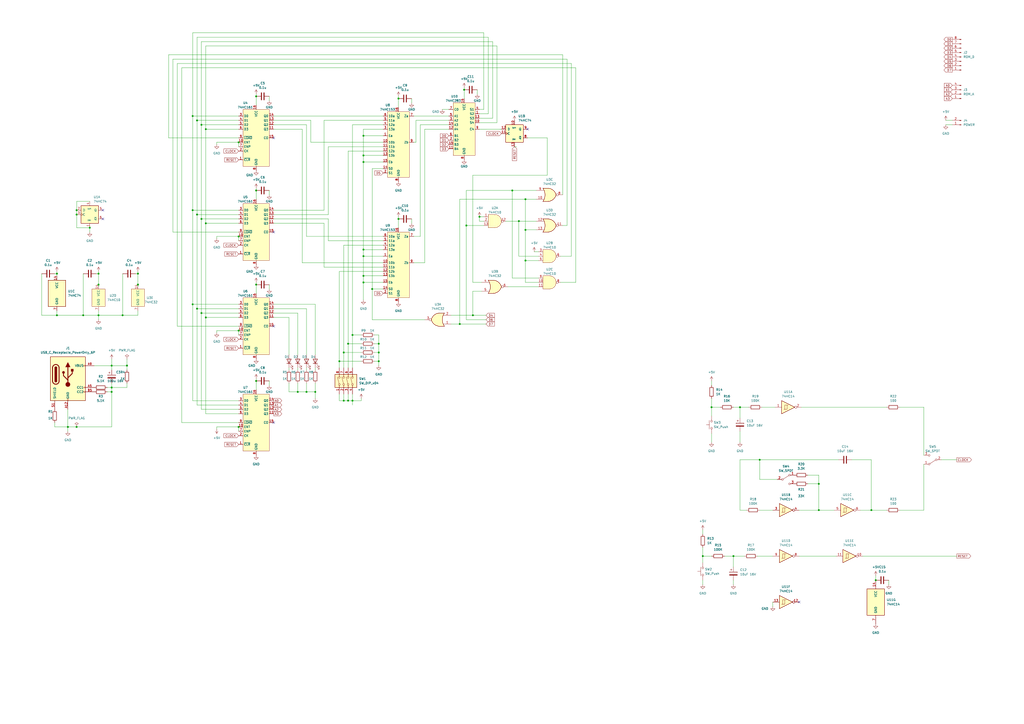
<source format=kicad_sch>
(kicad_sch (version 20230121) (generator eeschema)
  (paper "A2")
  (junction (at 111.76 67.31))
  (junction (at 219.71 199.39))
  (junction (at 138.43 137.16))
  (junction (at 119.38 74.93))
  (junction (at 116.84 181.61))
  (junction (at 266.7 187.96))
  (junction (at 210.82 148.59))
  (junction (at 201.93 199.39))
  (junction (at 148.59 220.98))
  (junction (at 114.3 179.07))
  (junction (at 196.85 209.55))
  (junction (at 172.72 227.33))
  (junction (at 210.82 144.78))
  (junction (at 33.02 158.75))
  (junction (at 210.82 78.74))
  (junction (at 304.8 115.57))
  (junction (at 138.43 82.55))
  (junction (at 39.37 247.65))
  (junction (at 204.47 194.31))
  (junction (at 138.43 191.77))
  (junction (at 71.12 182.88))
  (junction (at 210.82 163.83))
  (junction (at 33.02 182.88))
  (junction (at 80.01 165.1))
  (junction (at 44.45 124.46))
  (junction (at 119.38 184.15))
  (junction (at 148.59 165.1))
  (junction (at 52.07 132.08))
  (junction (at 231.14 127))
  (junction (at 215.9 167.64))
  (junction (at 210.82 160.02))
  (junction (at 210.82 93.98))
  (junction (at 44.45 247.65))
  (junction (at 204.47 232.41))
  (junction (at 429.26 236.22))
  (junction (at 210.82 90.17))
  (junction (at 304.8 151.13))
  (junction (at 57.15 182.88))
  (junction (at 64.77 212.09))
  (junction (at 116.84 72.39))
  (junction (at 114.3 69.85))
  (junction (at 73.66 212.09))
  (junction (at 182.88 227.33))
  (junction (at 278.13 125.73))
  (junction (at 474.98 280.67))
  (junction (at 57.15 158.75))
  (junction (at 114.3 124.46))
  (junction (at 300.99 128.27))
  (junction (at 119.38 129.54))
  (junction (at 199.39 232.41))
  (junction (at 148.59 110.49))
  (junction (at 44.45 121.92))
  (junction (at 474.98 295.91))
  (junction (at 199.39 204.47))
  (junction (at 440.69 266.7))
  (junction (at 64.77 224.79))
  (junction (at 304.8 133.35))
  (junction (at 219.71 204.47))
  (junction (at 111.76 121.92))
  (junction (at 111.76 176.53))
  (junction (at 116.84 127))
  (junction (at 219.71 209.55))
  (junction (at 48.26 182.88))
  (junction (at 148.59 55.88))
  (junction (at 407.67 322.58))
  (junction (at 269.24 52.07))
  (junction (at 508 336.55))
  (junction (at 270.51 130.81))
  (junction (at 177.8 227.33))
  (junction (at 274.32 182.88))
  (junction (at 231.14 57.15))
  (junction (at 57.15 165.1))
  (junction (at 505.46 295.91))
  (junction (at 138.43 247.65))
  (junction (at 201.93 232.41))
  (junction (at 80.01 158.75))
  (junction (at 412.75 236.22))
  (junction (at 297.18 110.49))
  (junction (at 425.45 322.58))
  (junction (at 64.77 227.33))
  (no_connect (at 158.75 80.01))
  (no_connect (at 59.69 121.92))
  (no_connect (at 306.07 74.93))
  (no_connect (at 463.55 349.25))
  (no_connect (at 158.75 189.23))
  (no_connect (at 158.75 134.62))
  (no_connect (at 59.69 127))
  (no_connect (at 158.75 245.11))
  (wire (pts (xy 33.02 180.34) (xy 33.02 182.88)))
  (wire (pts (xy 119.38 184.15) (xy 138.43 184.15)))
  (wire (pts (xy 172.72 222.25) (xy 172.72 227.33)))
  (wire (pts (xy 148.59 165.1) (xy 148.59 170.18)))
  (wire (pts (xy 156.21 110.49) (xy 156.21 113.03)))
  (wire (pts (xy 102.87 36.83) (xy 102.87 189.23)))
  (wire (pts (xy 210.82 90.17) (xy 222.25 90.17)))
  (wire (pts (xy 463.55 322.58) (xy 485.14 322.58)))
  (wire (pts (xy 407.67 339.09) (xy 407.67 336.55)))
  (wire (pts (xy 269.24 50.8) (xy 269.24 52.07)))
  (wire (pts (xy 285.75 24.13) (xy 285.75 68.58)))
  (wire (pts (xy 114.3 234.95) (xy 138.43 234.95)))
  (wire (pts (xy 266.7 115.57) (xy 266.7 187.96)))
  (wire (pts (xy 548.64 69.85) (xy 552.45 69.85)))
  (wire (pts (xy 177.8 179.07) (xy 158.75 179.07)))
  (wire (pts (xy 199.39 204.47) (xy 209.55 204.47)))
  (wire (pts (xy 111.76 67.31) (xy 138.43 67.31)))
  (wire (pts (xy 279.4 168.91) (xy 274.32 168.91)))
  (wire (pts (xy 412.75 251.46) (xy 412.75 256.54)))
  (wire (pts (xy 304.8 151.13) (xy 304.8 163.83)))
  (wire (pts (xy 167.64 214.63) (xy 167.64 213.36)))
  (wire (pts (xy 31.75 247.65) (xy 31.75 245.11)))
  (wire (pts (xy 158.75 121.92) (xy 187.96 121.92)))
  (wire (pts (xy 177.8 137.16) (xy 222.25 137.16)))
  (wire (pts (xy 508 334.01) (xy 508 336.55)))
  (wire (pts (xy 44.45 116.84) (xy 44.45 121.92)))
  (wire (pts (xy 158.75 74.93) (xy 175.26 74.93)))
  (wire (pts (xy 182.88 227.33) (xy 182.88 231.14)))
  (wire (pts (xy 222.25 93.98) (xy 210.82 93.98)))
  (wire (pts (xy 148.59 219.71) (xy 148.59 220.98)))
  (wire (pts (xy 78.74 158.75) (xy 80.01 158.75)))
  (wire (pts (xy 111.76 67.31) (xy 111.76 121.92)))
  (wire (pts (xy 260.35 67.31) (xy 240.03 67.31)))
  (wire (pts (xy 515.62 339.09) (xy 515.62 336.55)))
  (wire (pts (xy 468.63 280.67) (xy 474.98 280.67)))
  (wire (pts (xy 204.47 232.41) (xy 204.47 234.95)))
  (wire (pts (xy 138.43 191.77) (xy 138.43 194.31)))
  (wire (pts (xy 33.02 158.75) (xy 33.02 160.02)))
  (wire (pts (xy 222.25 154.94) (xy 187.96 154.94)))
  (wire (pts (xy 439.42 322.58) (xy 448.31 322.58)))
  (wire (pts (xy 39.37 250.19) (xy 39.37 247.65)))
  (wire (pts (xy 293.37 128.27) (xy 300.99 128.27)))
  (wire (pts (xy 231.14 57.15) (xy 231.14 62.23)))
  (wire (pts (xy 158.75 72.39) (xy 177.8 72.39)))
  (wire (pts (xy 407.67 322.58) (xy 412.75 322.58)))
  (wire (pts (xy 468.63 275.59) (xy 474.98 275.59)))
  (wire (pts (xy 111.76 19.05) (xy 111.76 67.31)))
  (wire (pts (xy 278.13 66.04) (xy 283.21 66.04)))
  (wire (pts (xy 114.3 179.07) (xy 114.3 234.95)))
  (wire (pts (xy 464.82 236.22) (xy 514.35 236.22)))
  (wire (pts (xy 440.69 278.13) (xy 450.85 278.13)))
  (wire (pts (xy 209.55 231.14) (xy 209.55 232.41)))
  (wire (pts (xy 148.59 109.22) (xy 148.59 110.49)))
  (wire (pts (xy 182.88 176.53) (xy 182.88 205.74)))
  (wire (pts (xy 116.84 72.39) (xy 116.84 127)))
  (wire (pts (xy 474.98 280.67) (xy 474.98 295.91)))
  (wire (pts (xy 199.39 142.24) (xy 222.25 142.24)))
  (wire (pts (xy 102.87 189.23) (xy 138.43 189.23)))
  (wire (pts (xy 116.84 72.39) (xy 138.43 72.39)))
  (wire (pts (xy 64.77 227.33) (xy 64.77 224.79)))
  (wire (pts (xy 182.88 214.63) (xy 182.88 213.36)))
  (wire (pts (xy 219.71 199.39) (xy 219.71 204.47)))
  (wire (pts (xy 175.26 74.93) (xy 175.26 152.4)))
  (wire (pts (xy 217.17 194.31) (xy 219.71 194.31)))
  (wire (pts (xy 210.82 148.59) (xy 210.82 144.78)))
  (wire (pts (xy 187.96 154.94) (xy 187.96 129.54)))
  (wire (pts (xy 196.85 232.41) (xy 199.39 232.41)))
  (wire (pts (xy 210.82 160.02) (xy 210.82 163.83)))
  (wire (pts (xy 196.85 157.48) (xy 222.25 157.48)))
  (wire (pts (xy 280.67 130.81) (xy 270.51 130.81)))
  (wire (pts (xy 105.41 39.37) (xy 334.01 39.37)))
  (wire (pts (xy 119.38 240.03) (xy 138.43 240.03)))
  (wire (pts (xy 304.8 151.13) (xy 312.42 151.13)))
  (wire (pts (xy 55.88 158.75) (xy 57.15 158.75)))
  (wire (pts (xy 276.86 52.07) (xy 276.86 54.61)))
  (wire (pts (xy 429.26 295.91) (xy 429.26 266.7)))
  (wire (pts (xy 158.75 176.53) (xy 182.88 176.53)))
  (wire (pts (xy 52.07 132.08) (xy 52.07 134.62)))
  (wire (pts (xy 190.5 139.7) (xy 222.25 139.7)))
  (wire (pts (xy 114.3 179.07) (xy 138.43 179.07)))
  (wire (pts (xy 304.8 133.35) (xy 304.8 151.13)))
  (wire (pts (xy 554.99 322.58) (xy 500.38 322.58)))
  (wire (pts (xy 64.77 247.65) (xy 64.77 227.33)))
  (wire (pts (xy 407.67 317.5) (xy 407.67 322.58)))
  (wire (pts (xy 294.64 166.37) (xy 312.42 166.37)))
  (wire (pts (xy 158.75 181.61) (xy 172.72 181.61)))
  (wire (pts (xy 196.85 228.6) (xy 196.85 232.41)))
  (wire (pts (xy 535.94 269.24) (xy 535.94 295.91)))
  (wire (pts (xy 156.21 220.98) (xy 156.21 223.52)))
  (wire (pts (xy 304.8 133.35) (xy 311.15 133.35)))
  (wire (pts (xy 57.15 157.48) (xy 57.15 158.75)))
  (wire (pts (xy 116.84 127) (xy 138.43 127)))
  (wire (pts (xy 505.46 295.91) (xy 514.35 295.91)))
  (wire (pts (xy 425.45 236.22) (xy 429.26 236.22)))
  (wire (pts (xy 64.77 212.09) (xy 64.77 214.63)))
  (wire (pts (xy 269.24 52.07) (xy 269.24 57.15)))
  (wire (pts (xy 283.21 21.59) (xy 283.21 66.04)))
  (wire (pts (xy 177.8 205.74) (xy 177.8 179.07)))
  (wire (pts (xy 80.01 157.48) (xy 80.01 158.75)))
  (wire (pts (xy 222.25 69.85) (xy 187.96 69.85)))
  (wire (pts (xy 114.3 124.46) (xy 138.43 124.46)))
  (wire (pts (xy 210.82 93.98) (xy 210.82 144.78)))
  (wire (pts (xy 266.7 187.96) (xy 261.62 187.96)))
  (wire (pts (xy 148.59 54.61) (xy 148.59 55.88)))
  (wire (pts (xy 266.7 115.57) (xy 304.8 115.57)))
  (wire (pts (xy 64.77 227.33) (xy 62.23 227.33)))
  (wire (pts (xy 57.15 182.88) (xy 57.15 180.34)))
  (wire (pts (xy 119.38 74.93) (xy 138.43 74.93)))
  (wire (pts (xy 57.15 158.75) (xy 57.15 165.1)))
  (wire (pts (xy 24.13 158.75) (xy 24.13 182.88)))
  (wire (pts (xy 148.59 163.83) (xy 148.59 165.1)))
  (wire (pts (xy 425.45 328.93) (xy 425.45 322.58)))
  (wire (pts (xy 97.79 31.75) (xy 97.79 80.01)))
  (wire (pts (xy 274.32 168.91) (xy 274.32 182.88)))
  (wire (pts (xy 114.3 124.46) (xy 114.3 179.07)))
  (wire (pts (xy 241.3 69.85) (xy 241.3 82.55)))
  (wire (pts (xy 138.43 232.41) (xy 111.76 232.41)))
  (wire (pts (xy 274.32 101.6) (xy 274.32 163.83)))
  (wire (pts (xy 73.66 212.09) (xy 73.66 214.63)))
  (wire (pts (xy 138.43 137.16) (xy 138.43 139.7)))
  (wire (pts (xy 270.51 130.81) (xy 270.51 110.49)))
  (wire (pts (xy 39.37 247.65) (xy 44.45 247.65)))
  (wire (pts (xy 156.21 55.88) (xy 156.21 58.42)))
  (wire (pts (xy 278.13 71.12) (xy 288.29 71.12)))
  (wire (pts (xy 156.21 165.1) (xy 156.21 167.64)))
  (wire (pts (xy 425.45 322.58) (xy 431.8 322.58)))
  (wire (pts (xy 297.18 110.49) (xy 297.18 161.29)))
  (wire (pts (xy 288.29 26.67) (xy 288.29 71.12)))
  (wire (pts (xy 429.26 266.7) (xy 440.69 266.7)))
  (wire (pts (xy 270.51 130.81) (xy 270.51 185.42)))
  (wire (pts (xy 535.94 236.22) (xy 535.94 264.16)))
  (wire (pts (xy 158.75 184.15) (xy 167.64 184.15)))
  (wire (pts (xy 114.3 21.59) (xy 114.3 69.85)))
  (wire (pts (xy 201.93 87.63) (xy 201.93 199.39)))
  (wire (pts (xy 71.12 158.75) (xy 71.12 182.88)))
  (wire (pts (xy 304.8 115.57) (xy 311.15 115.57)))
  (wire (pts (xy 196.85 209.55) (xy 196.85 157.48)))
  (wire (pts (xy 73.66 224.79) (xy 73.66 222.25)))
  (wire (pts (xy 204.47 232.41) (xy 209.55 232.41)))
  (wire (pts (xy 172.72 227.33) (xy 177.8 227.33)))
  (wire (pts (xy 125.73 137.16) (xy 138.43 137.16)))
  (wire (pts (xy 231.14 125.73) (xy 231.14 127)))
  (wire (pts (xy 429.26 236.22) (xy 429.26 242.57)))
  (wire (pts (xy 222.25 97.79) (xy 215.9 97.79)))
  (wire (pts (xy 44.45 124.46) (xy 44.45 132.08)))
  (wire (pts (xy 217.17 204.47) (xy 219.71 204.47)))
  (wire (pts (xy 440.69 266.7) (xy 440.69 278.13)))
  (wire (pts (xy 48.26 182.88) (xy 57.15 182.88)))
  (wire (pts (xy 190.5 85.09) (xy 222.25 85.09)))
  (wire (pts (xy 494.03 266.7) (xy 505.46 266.7)))
  (wire (pts (xy 278.13 125.73) (xy 280.67 125.73)))
  (wire (pts (xy 119.38 129.54) (xy 119.38 184.15)))
  (wire (pts (xy 138.43 82.55) (xy 125.73 82.55)))
  (wire (pts (xy 204.47 228.6) (xy 204.47 232.41)))
  (wire (pts (xy 111.76 176.53) (xy 138.43 176.53)))
  (wire (pts (xy 196.85 209.55) (xy 196.85 213.36)))
  (wire (pts (xy 119.38 26.67) (xy 288.29 26.67)))
  (wire (pts (xy 187.96 69.85) (xy 187.96 121.92)))
  (wire (pts (xy 300.99 128.27) (xy 311.15 128.27)))
  (wire (pts (xy 125.73 247.65) (xy 138.43 247.65)))
  (wire (pts (xy 425.45 339.09) (xy 425.45 336.55)))
  (wire (pts (xy 116.84 24.13) (xy 285.75 24.13)))
  (wire (pts (xy 138.43 82.55) (xy 138.43 85.09)))
  (wire (pts (xy 44.45 247.65) (xy 64.77 247.65)))
  (wire (pts (xy 304.8 163.83) (xy 312.42 163.83)))
  (wire (pts (xy 148.59 220.98) (xy 148.59 226.06)))
  (wire (pts (xy 116.84 181.61) (xy 116.84 237.49)))
  (wire (pts (xy 412.75 236.22) (xy 412.75 241.3)))
  (wire (pts (xy 412.75 231.14) (xy 412.75 236.22)))
  (wire (pts (xy 64.77 224.79) (xy 73.66 224.79)))
  (wire (pts (xy 222.25 160.02) (xy 210.82 160.02)))
  (wire (pts (xy 270.51 185.42) (xy 281.94 185.42)))
  (wire (pts (xy 100.33 134.62) (xy 138.43 134.62)))
  (wire (pts (xy 199.39 204.47) (xy 199.39 142.24)))
  (wire (pts (xy 187.96 129.54) (xy 158.75 129.54)))
  (wire (pts (xy 326.39 130.81) (xy 328.93 130.81)))
  (wire (pts (xy 114.3 69.85) (xy 138.43 69.85)))
  (wire (pts (xy 474.98 295.91) (xy 483.87 295.91)))
  (wire (pts (xy 463.55 295.91) (xy 474.98 295.91)))
  (wire (pts (xy 111.76 19.05) (xy 280.67 19.05)))
  (wire (pts (xy 175.26 152.4) (xy 222.25 152.4)))
  (wire (pts (xy 215.9 185.42) (xy 246.38 185.42)))
  (wire (pts (xy 238.76 127) (xy 238.76 129.54)))
  (wire (pts (xy 260.35 74.93) (xy 246.38 74.93)))
  (wire (pts (xy 256.54 63.5) (xy 260.35 63.5)))
  (wire (pts (xy 440.69 295.91) (xy 448.31 295.91)))
  (wire (pts (xy 100.33 34.29) (xy 328.93 34.29)))
  (wire (pts (xy 177.8 214.63) (xy 177.8 213.36)))
  (wire (pts (xy 546.1 266.7) (xy 554.99 266.7)))
  (wire (pts (xy 172.72 181.61) (xy 172.72 205.74)))
  (wire (pts (xy 138.43 247.65) (xy 138.43 250.19)))
  (wire (pts (xy 64.77 222.25) (xy 64.77 224.79)))
  (wire (pts (xy 407.67 322.58) (xy 407.67 326.39)))
  (wire (pts (xy 331.47 36.83) (xy 331.47 148.59)))
  (wire (pts (xy 199.39 228.6) (xy 199.39 232.41)))
  (wire (pts (xy 148.59 110.49) (xy 148.59 115.57)))
  (wire (pts (xy 441.96 236.22) (xy 449.58 236.22)))
  (wire (pts (xy 440.69 266.7) (xy 486.41 266.7)))
  (wire (pts (xy 260.35 72.39) (xy 243.84 72.39)))
  (wire (pts (xy 148.59 55.88) (xy 148.59 60.96)))
  (wire (pts (xy 44.45 132.08) (xy 52.07 132.08)))
  (wire (pts (xy 57.15 182.88) (xy 71.12 182.88)))
  (wire (pts (xy 266.7 187.96) (xy 281.94 187.96)))
  (wire (pts (xy 297.18 161.29) (xy 312.42 161.29)))
  (wire (pts (xy 209.55 199.39) (xy 201.93 199.39)))
  (wire (pts (xy 215.9 97.79) (xy 215.9 167.64)))
  (wire (pts (xy 204.47 213.36) (xy 204.47 194.31)))
  (wire (pts (xy 64.77 208.28) (xy 64.77 212.09)))
  (wire (pts (xy 138.43 237.49) (xy 116.84 237.49)))
  (wire (pts (xy 210.82 78.74) (xy 210.82 90.17)))
  (wire (pts (xy 274.32 182.88) (xy 261.62 182.88)))
  (wire (pts (xy 73.66 208.28) (xy 73.66 212.09)))
  (wire (pts (xy 210.82 74.93) (xy 210.82 78.74)))
  (wire (pts (xy 33.02 157.48) (xy 33.02 158.75)))
  (wire (pts (xy 209.55 209.55) (xy 196.85 209.55)))
  (wire (pts (xy 97.79 80.01) (xy 138.43 80.01)))
  (wire (pts (xy 429.26 236.22) (xy 434.34 236.22)))
  (wire (pts (xy 420.37 322.58) (xy 425.45 322.58)))
  (wire (pts (xy 219.71 209.55) (xy 219.71 212.09)))
  (wire (pts (xy 210.82 163.83) (xy 222.25 163.83)))
  (wire (pts (xy 412.75 220.98) (xy 412.75 223.52)))
  (wire (pts (xy 158.75 67.31) (xy 222.25 67.31)))
  (wire (pts (xy 309.88 146.05) (xy 312.42 146.05)))
  (wire (pts (xy 52.07 116.84) (xy 44.45 116.84)))
  (wire (pts (xy 39.37 237.49) (xy 39.37 247.65)))
  (wire (pts (xy 80.01 166.37) (xy 80.01 165.1)))
  (wire (pts (xy 231.14 127) (xy 231.14 132.08)))
  (wire (pts (xy 306.07 80.01) (xy 317.5 80.01)))
  (wire (pts (xy 172.72 214.63) (xy 172.72 213.36)))
  (wire (pts (xy 71.12 182.88) (xy 80.01 182.88)))
  (wire (pts (xy 241.3 82.55) (xy 240.03 82.55)))
  (wire (pts (xy 246.38 152.4) (xy 240.03 152.4)))
  (wire (pts (xy 57.15 182.88) (xy 57.15 185.42)))
  (wire (pts (xy 177.8 72.39) (xy 177.8 137.16)))
  (wire (pts (xy 125.73 191.77) (xy 138.43 191.77)))
  (wire (pts (xy 119.38 184.15) (xy 119.38 240.03)))
  (wire (pts (xy 219.71 204.47) (xy 219.71 209.55)))
  (wire (pts (xy 57.15 166.37) (xy 57.15 165.1)))
  (wire (pts (xy 210.82 160.02) (xy 210.82 148.59)))
  (wire (pts (xy 317.5 101.6) (xy 274.32 101.6)))
  (wire (pts (xy 190.5 127) (xy 190.5 139.7)))
  (wire (pts (xy 243.84 72.39) (xy 243.84 137.16)))
  (wire (pts (xy 433.07 295.91) (xy 429.26 295.91)))
  (wire (pts (xy 210.82 144.78) (xy 222.25 144.78)))
  (wire (pts (xy 317.5 80.01) (xy 317.5 101.6)))
  (wire (pts (xy 278.13 74.93) (xy 290.83 74.93)))
  (wire (pts (xy 217.17 199.39) (xy 219.71 199.39)))
  (wire (pts (xy 190.5 124.46) (xy 190.5 85.09)))
  (wire (pts (xy 407.67 307.34) (xy 407.67 309.88)))
  (wire (pts (xy 210.82 93.98) (xy 210.82 90.17)))
  (wire (pts (xy 270.51 110.49) (xy 297.18 110.49)))
  (wire (pts (xy 158.75 127) (xy 190.5 127)))
  (wire (pts (xy 39.37 247.65) (xy 31.75 247.65)))
  (wire (pts (xy 222.25 74.93) (xy 210.82 74.93)))
  (wire (pts (xy 167.64 227.33) (xy 172.72 227.33)))
  (wire (pts (xy 304.8 115.57) (xy 304.8 133.35)))
  (wire (pts (xy 111.76 121.92) (xy 138.43 121.92)))
  (wire (pts (xy 300.99 148.59) (xy 300.99 128.27)))
  (wire (pts (xy 222.25 87.63) (xy 201.93 87.63)))
  (wire (pts (xy 102.87 36.83) (xy 331.47 36.83)))
  (wire (pts (xy 167.64 222.25) (xy 167.64 227.33)))
  (wire (pts (xy 201.93 232.41) (xy 204.47 232.41)))
  (wire (pts (xy 299.72 85.09) (xy 298.45 85.09)))
  (wire (pts (xy 285.75 68.58) (xy 278.13 68.58)))
  (wire (pts (xy 448.31 351.79) (xy 448.31 349.25)))
  (wire (pts (xy 31.75 158.75) (xy 33.02 158.75)))
  (wire (pts (xy 328.93 34.29) (xy 328.93 130.81)))
  (wire (pts (xy 217.17 209.55) (xy 219.71 209.55)))
  (wire (pts (xy 116.84 127) (xy 116.84 181.61)))
  (wire (pts (xy 119.38 74.93) (xy 119.38 129.54)))
  (wire (pts (xy 44.45 121.92) (xy 44.45 124.46)))
  (wire (pts (xy 80.01 158.75) (xy 80.01 165.1)))
  (wire (pts (xy 429.26 250.19) (xy 429.26 256.54)))
  (wire (pts (xy 219.71 194.31) (xy 219.71 199.39)))
  (wire (pts (xy 260.35 69.85) (xy 241.3 69.85)))
  (wire (pts (xy 505.46 266.7) (xy 505.46 295.91)))
  (wire (pts (xy 54.61 212.09) (xy 64.77 212.09)))
  (wire (pts (xy 325.12 163.83) (xy 334.01 163.83)))
  (wire (pts (xy 499.11 295.91) (xy 505.46 295.91)))
  (wire (pts (xy 33.02 182.88) (xy 48.26 182.88)))
  (wire (pts (xy 215.9 167.64) (xy 215.9 185.42)))
  (wire (pts (xy 105.41 39.37) (xy 105.41 245.11)))
  (wire (pts (xy 199.39 232.41) (xy 201.93 232.41)))
  (wire (pts (xy 177.8 222.25) (xy 177.8 227.33)))
  (wire (pts (xy 210.82 78.74) (xy 222.25 78.74)))
  (wire (pts (xy 201.93 228.6) (xy 201.93 232.41)))
  (wire (pts (xy 548.64 72.39) (xy 552.45 72.39)))
  (wire (pts (xy 280.67 19.05) (xy 280.67 63.5)))
  (wire (pts (xy 312.42 148.59) (xy 300.99 148.59)))
  (wire (pts (xy 64.77 212.09) (xy 73.66 212.09)))
  (wire (pts (xy 114.3 21.59) (xy 283.21 21.59)))
  (wire (pts (xy 125.73 137.16) (xy 125.73 138.43)))
  (wire (pts (xy 210.82 163.83) (xy 210.82 173.99)))
  (wire (pts (xy 111.76 121.92) (xy 111.76 176.53)))
  (wire (pts (xy 116.84 24.13) (xy 116.84 72.39)))
  (wire (pts (xy 100.33 34.29) (xy 100.33 134.62)))
  (wire (pts (xy 274.32 163.83) (xy 279.4 163.83)))
  (wire (pts (xy 412.75 236.22) (xy 417.83 236.22)))
  (wire (pts (xy 116.84 181.61) (xy 138.43 181.61)))
  (wire (pts (xy 325.12 148.59) (xy 331.47 148.59)))
  (wire (pts (xy 180.34 69.85) (xy 158.75 69.85)))
  (wire (pts (xy 474.98 275.59) (xy 474.98 280.67)))
  (wire (pts (xy 215.9 167.64) (xy 222.25 167.64)))
  (wire (pts (xy 243.84 137.16) (xy 240.03 137.16)))
  (wire (pts (xy 222.25 148.59) (xy 210.82 148.59)))
  (wire (pts (xy 535.94 295.91) (xy 521.97 295.91)))
  (wire (pts (xy 114.3 69.85) (xy 114.3 124.46)))
  (wire (pts (xy 246.38 74.93) (xy 246.38 152.4)))
  (wire (pts (xy 119.38 26.67) (xy 119.38 74.93)))
  (wire (pts (xy 204.47 72.39) (xy 204.47 194.31)))
  (wire (pts (xy 274.32 182.88) (xy 281.94 182.88)))
  (wire (pts (xy 64.77 224.79) (xy 62.23 224.79)))
  (wire (pts (xy 231.14 55.88) (xy 231.14 57.15)))
  (wire (pts (xy 201.93 199.39) (xy 201.93 213.36)))
  (wire (pts (xy 97.79 31.75) (xy 326.39 31.75)))
  (wire (pts (xy 204.47 72.39) (xy 222.25 72.39)))
  (wire (pts (xy 125.73 247.65) (xy 125.73 248.92)))
  (wire (pts (xy 180.34 82.55) (xy 180.34 69.85)))
  (wire (pts (xy 521.97 236.22) (xy 535.94 236.22)))
  (wire (pts (xy 238.76 57.15) (xy 238.76 59.69)))
  (wire (pts (xy 125.73 191.77) (xy 125.73 193.04)))
  (wire (pts (xy 182.88 222.25) (xy 182.88 227.33)))
  (wire (pts (xy 105.41 245.11) (xy 138.43 245.11)))
  (wire (pts (xy 80.01 182.88) (xy 80.01 180.34)))
  (wire (pts (xy 204.47 194.31) (xy 209.55 194.31)))
  (wire (pts (xy 222.25 82.55) (xy 180.34 82.55)))
  (wire (pts (xy 177.8 227.33) (xy 182.88 227.33)))
  (wire (pts (xy 297.18 110.49) (xy 311.15 110.49)))
  (wire (pts (xy 48.26 158.75) (xy 48.26 182.88)))
  (wire (pts (xy 119.38 129.54) (xy 138.43 129.54)))
  (wire (pts (xy 278.13 128.27) (xy 280.67 128.27)))
  (wire (pts (xy 326.39 31.75) (xy 326.39 113.03)))
  (wire (pts (xy 111.76 176.53) (xy 111.76 232.41)))
  (wire (pts (xy 158.75 124.46) (xy 190.5 124.46)))
  (wire (pts (xy 125.73 82.55) (xy 125.73 83.82)))
  (wire (pts (xy 334.01 39.37) (xy 334.01 163.83)))
  (wire (pts (xy 278.13 63.5) (xy 280.67 63.5)))
  (wire (pts (xy 167.64 184.15) (xy 167.64 205.74)))
  (wire (pts (xy 24.13 182.88) (xy 33.02 182.88)))
  (wire (pts (xy 278.13 125.73) (xy 278.13 128.27)))
  (wire (pts (xy 199.39 213.36) (xy 199.39 204.47)))
  (global_label "RESET" (shape input) (at 138.43 257.81 180) (property "Intersheetrefs" "${INTERSHEET_REFS}" (effects hide)))
  (global_label "A0" (shape input) (at 552.45 49.53 180) (property "Intersheetrefs" "${INTERSHEET_REFS}" (effects hide)))
  (global_label "RESET" (shape input) (at 138.43 201.93 180) (property "Intersheetrefs" "${INTERSHEET_REFS}" (effects hide)))
  (global_label "A2" (shape output) (at 158.75 237.49 0) (property "Intersheetrefs" "${INTERSHEET_REFS}" (effects hide)))
  (global_label "RESET" (shape output) (at 554.99 322.58 0) (property "Intersheetrefs" "${INTERSHEET_REFS}" (effects hide)))
  (global_label "A2" (shape input) (at 552.45 54.61 180) (property "Intersheetrefs" "${INTERSHEET_REFS}" (effects hide)))
  (global_label "D5" (shape input) (at 222.25 170.18 180) (property "Intersheetrefs" "${INTERSHEET_REFS}" (effects hide)))
  (global_label "CLOCK" (shape input) (at 138.43 142.24 180) (property "Intersheetrefs" "${INTERSHEET_REFS}" (effects hide)))
  (global_label "D1" (shape output) (at 552.45 25.4 180) (property "Intersheetrefs" "${INTERSHEET_REFS}" (effects hide)))
  (global_label "D6" (shape output) (at 552.45 38.1 180) (property "Intersheetrefs" "${INTERSHEET_REFS}" (effects hide)))
  (global_label "D2" (shape input) (at 260.35 83.82 180) (property "Intersheetrefs" "${INTERSHEET_REFS}" (effects hide)))
  (global_label "CLOCK" (shape input) (at 138.43 196.85 180) (property "Intersheetrefs" "${INTERSHEET_REFS}" (effects hide)))
  (global_label "D0" (shape input) (at 260.35 78.74 180) (property "Intersheetrefs" "${INTERSHEET_REFS}" (effects hide)))
  (global_label "CLOCK" (shape input) (at 138.43 87.63 180) (property "Intersheetrefs" "${INTERSHEET_REFS}" (effects hide)))
  (global_label "A3" (shape input) (at 552.45 57.15 180) (property "Intersheetrefs" "${INTERSHEET_REFS}" (effects hide)))
  (global_label "RESET" (shape input) (at 298.45 85.09 270) (property "Intersheetrefs" "${INTERSHEET_REFS}" (effects hide)))
  (global_label "D3" (shape output) (at 552.45 30.48 180) (property "Intersheetrefs" "${INTERSHEET_REFS}" (effects hide)))
  (global_label "A3" (shape output) (at 158.75 240.03 0) (property "Intersheetrefs" "${INTERSHEET_REFS}" (effects hide)))
  (global_label "D1" (shape input) (at 260.35 81.28 180) (property "Intersheetrefs" "${INTERSHEET_REFS}" (effects hide)))
  (global_label "D4" (shape input) (at 281.94 182.88 0) (property "Intersheetrefs" "${INTERSHEET_REFS}" (effects hide)))
  (global_label "RESET" (shape input) (at 138.43 92.71 180) (property "Intersheetrefs" "${INTERSHEET_REFS}" (effects hide)))
  (global_label "CLOCK" (shape input) (at 290.83 77.47 180) (property "Intersheetrefs" "${INTERSHEET_REFS}" (effects hide)))
  (global_label "D7" (shape output) (at 552.45 40.64 180) (property "Intersheetrefs" "${INTERSHEET_REFS}" (effects hide)))
  (global_label "D5" (shape input) (at 222.25 100.33 180) (property "Intersheetrefs" "${INTERSHEET_REFS}" (effects hide)))
  (global_label "D3" (shape input) (at 260.35 86.36 180) (property "Intersheetrefs" "${INTERSHEET_REFS}" (effects hide)))
  (global_label "A1" (shape output) (at 158.75 234.95 0) (property "Intersheetrefs" "${INTERSHEET_REFS}" (effects hide)))
  (global_label "A0" (shape output) (at 158.75 232.41 0) (property "Intersheetrefs" "${INTERSHEET_REFS}" (effects hide)))
  (global_label "D7" (shape input) (at 281.94 187.96 0) (property "Intersheetrefs" "${INTERSHEET_REFS}" (effects hide)))
  (global_label "CLOCK" (shape output) (at 554.99 266.7 0) (property "Intersheetrefs" "${INTERSHEET_REFS}" (effects hide)))
  (global_label "D0" (shape output) (at 552.45 22.86 180) (property "Intersheetrefs" "${INTERSHEET_REFS}" (effects hide)))
  (global_label "D5" (shape output) (at 552.45 35.56 180) (property "Intersheetrefs" "${INTERSHEET_REFS}" (effects hide)))
  (global_label "D6" (shape input) (at 281.94 185.42 0) (property "Intersheetrefs" "${INTERSHEET_REFS}" (effects hide)))
  (global_label "CLOCK" (shape input) (at 138.43 252.73 180) (property "Intersheetrefs" "${INTERSHEET_REFS}" (effects hide)))
  (global_label "D2" (shape output) (at 552.45 27.94 180) (property "Intersheetrefs" "${INTERSHEET_REFS}" (effects hide)))
  (global_label "A1" (shape input) (at 552.45 52.07 180) (property "Intersheetrefs" "${INTERSHEET_REFS}" (effects hide)))
  (global_label "RESET" (shape input) (at 138.43 147.32 180) (property "Intersheetrefs" "${INTERSHEET_REFS}" (effects hide)))
  (global_label "D4" (shape output) (at 552.45 33.02 180) (property "Intersheetrefs" "${INTERSHEET_REFS}" (effects hide)))
  (symbol (lib_id "power:GND") (at 156.21 167.64 0) (unit 1)
    (property "Reference" "#PWR022" (effects hide))
    (property "Value" "GND" (at 156.21 171.45 0))
  )
  (symbol (lib_id "74HC32:74HC32") (at 287.02 160.02 0) (unit 2)
    (property "Reference" "U3" (at 287.02 157.48 0))
    (property "Value" "74HC32" (at 287.02 160.02 0))
    (property "Footprint" "Package_DIP:DIP-14_W7.62mm_Socket" (effects hide))
    (property "LCSC" "x" (effects hide))
  )
  (symbol (lib_id "power:GND") (at 548.64 72.39 0) (unit 1)
    (property "Reference" "#PWR052" (effects hide))
    (property "Value" "GND" (at 548.64 77.47 0))
  )
  (symbol (lib_id "Device:R") (at 167.64 218.44 0) (unit 1)
    (property "Reference" "R5" (at 163.83 215.9 0) (effects (justify left)))
    (property "Value" "1K" (at 163.83 219.71 0) (effects (justify left)))
    (property "Footprint" "Resistor_SMD:R_0603_1608Metric" (effects hide))
    (property "LCSC" "C21190" (effects hide))
  )
  (symbol (lib_id "power:GND") (at 515.62 339.09 0) (unit 1)
    (property "Reference" "#PWR050" (effects hide))
    (property "Value" "GND" (at 515.62 344.17 0))
  )
  (symbol (lib_id "Device:C") (at 490.22 266.7 90) (unit 1)
    (property "Reference" "C14" (at 490.22 259.08 90))
    (property "Value" "10uF 16V" (at 490.22 261.62 90))
    (property "Footprint" "Capacitor_THT:CP_Radial_D5.0mm_P2.00mm" (effects hide))
    (property "LCSC" "x" (effects hide))
  )
  (symbol (lib_id "Device:LED") (at 177.8 209.55 90) (unit 1)
    (property "Reference" "D3" (at 175.26 207.01 90) (effects (justify right)))
    (property "Value" "LED" (effects hide))
    (property "Footprint" "LED_SMD:LED_0603_1608Metric" (effects hide))
    (property "LCSC" "C2286" (effects hide))
  )
  (symbol (lib_id "power:+5V") (at 269.24 50.8 0) (unit 1)
    (property "Reference" "#PWR035" (effects hide))
    (property "Value" "+5V" (at 269.24 45.72 0))
  )
  (symbol (lib_id "74HC32:74HC32") (at 254 191.77 180) (unit 1)
    (property "Reference" "U3" (at 254 176.53 0))
    (property "Value" "74HC32" (at 254 179.07 0))
    (property "Footprint" "Package_DIP:DIP-14_W7.62mm_Socket" (effects hide))
    (property "LCSC" "x" (effects hide))
  )
  (symbol (lib_id "power:GND") (at 256.54 63.5 0) (unit 1)
    (property "Reference" "#PWR034" (effects hide))
    (property "Value" "GND" (at 252.73 64.77 0))
  )
  (symbol (lib_id "Device:LED") (at 167.64 209.55 90) (unit 1)
    (property "Reference" "D1" (at 165.1 207.01 90) (effects (justify right)))
    (property "Value" "LED" (effects hide))
    (property "Footprint" "LED_SMD:LED_0603_1608Metric" (effects hide))
    (property "LCSC" "C2286" (effects hide))
  )
  (symbol (lib_id "Device:R") (at 435.61 322.58 270) (unit 1)
    (property "Reference" "R17" (at 435.61 316.23 90))
    (property "Value" "100K" (at 435.61 318.77 90))
    (property "Footprint" "Resistor_SMD:R_0603_1608Metric" (effects hide))
    (property "LCSC" "C25803" (effects hide))
  )
  (symbol (lib_id "Device:R") (at 436.88 295.91 90) (unit 1)
    (property "Reference" "R18" (at 436.88 289.56 90))
    (property "Value" "100K" (at 436.88 292.1 90))
    (property "Footprint" "Resistor_SMD:R_0603_1608Metric" (effects hide))
    (property "LCSC" "C25803" (effects hide))
  )
  (symbol (lib_id "power:+5V") (at 80.01 157.48 0) (unit 1)
    (property "Reference" "#PWR07" (effects hide))
    (property "Value" "+5V" (at 80.01 152.4 0))
  )
  (symbol (lib_id "74xx:74HC14") (at 491.49 295.91 0) (unit 3)
    (property "Reference" "U11" (at 491.49 287.02 0))
    (property "Value" "74HC14" (at 491.49 289.56 0))
    (property "Footprint" "Package_DIP:DIP-14_W7.62mm_Socket" (effects hide))
    (property "Datasheet" "http://www.ti.com/lit/gpn/sn74HC14" (effects hide))
    (property "LCSC" "x" (effects hide))
  )
  (symbol (lib_id "Connector:USB_C_Receptacle_PowerOnly_6P") (at 39.37 219.71 0) (unit 1)
    (property "Reference" "J1" (at 39.37 201.93 0))
    (property "Value" "USB_C_Receptacle_PowerOnly_6P" (at 39.37 204.47 0))
    (property "Footprint" "Connector_USB:USB_C_Receptacle_G-Switch_GT-USB-7010ASV" (effects hide))
    (property "Datasheet" "https://www.usb.org/sites/default/files/documents/usb_type-c.zip" (effects hide))
    (property "LCSC" "x" (effects hide))
  )
  (symbol (lib_id "74HC10:74HC10") (at 318.77 142.24 0) (unit 2)
    (property "Reference" "U2" (at 318.77 140.97 0))
    (property "Value" "74HC10" (at 318.77 143.51 0))
    (property "Footprint" "Package_DIP:DIP-14_W7.62mm_Socket" (effects hide))
    (property "LCSC" "x" (effects hide))
  )
  (symbol (lib_id "power:GND") (at 425.45 339.09 0) (unit 1)
    (property "Reference" "#PWR045" (effects hide))
    (property "Value" "GND" (at 425.45 344.17 0))
  )
  (symbol (lib_id "74HC32:74HC32") (at 318.77 106.68 0) (unit 3)
    (property "Reference" "U3" (at 318.77 104.14 0))
    (property "Value" "74HC32" (at 318.77 106.68 0))
    (property "Footprint" "Package_DIP:DIP-14_W7.62mm_Socket" (effects hide))
    (property "LCSC" "x" (effects hide))
  )
  (symbol (lib_id "74xx:74HC14") (at 455.93 349.25 0) (unit 6)
    (property "Reference" "U11" (at 455.93 340.36 0))
    (property "Value" "74HC14" (at 455.93 342.9 0))
    (property "Footprint" "Package_DIP:DIP-14_W7.62mm_Socket" (effects hide))
    (property "Datasheet" "http://www.ti.com/lit/gpn/sn74HC14" (effects hide))
    (property "LCSC" "x" (effects hide))
  )
  (symbol (lib_id "power:GND") (at 238.76 129.54 0) (unit 1)
    (property "Reference" "#PWR033" (effects hide))
    (property "Value" "GND" (at 238.76 133.35 0))
  )
  (symbol (lib_id "74HC32:74HC32") (at 73.66 165.1 0) (unit 5)
    (property "Reference" "U3" (at 85.09 172.72 0) (effects (justify left)))
    (property "Value" "74HC32" (at 87.63 175.26 0))
    (property "Footprint" "Package_DIP:DIP-14_W7.62mm_Socket" (effects hide))
    (property "LCSC" "x" (effects hide))
  )
  (symbol (lib_id "Device:C") (at 152.4 55.88 90) (unit 1)
    (property "Reference" "C5" (at 152.4 48.26 90))
    (property "Value" "0.1u" (at 152.4 50.8 90))
    (property "Footprint" "Capacitor_SMD:C_0402_1005Metric" (effects hide))
    (property "LCSC" "C1525" (effects hide))
  )
  (symbol (lib_id "power:+5V") (at 57.15 157.48 0) (unit 1)
    (property "Reference" "#PWR04" (effects hide))
    (property "Value" "+5V" (at 57.15 152.4 0))
  )
  (symbol (lib_id "Device:R") (at 172.72 218.44 0) (unit 1)
    (property "Reference" "R6" (at 168.91 215.9 0) (effects (justify left)))
    (property "Value" "1K" (at 168.91 219.71 0) (effects (justify left)))
    (property "Footprint" "Resistor_SMD:R_0603_1608Metric" (effects hide))
    (property "LCSC" "C21190" (effects hide))
  )
  (symbol (lib_id "power:+5V") (at 148.59 163.83 0) (unit 1)
    (property "Reference" "#PWR016" (effects hide))
    (property "Value" "+5V" (at 148.59 158.75 0))
  )
  (symbol (lib_id "power:GND") (at 125.73 193.04 0) (unit 1)
    (property "Reference" "#PWR010" (effects hide))
    (property "Value" "GND" (at 125.73 198.12 0))
  )
  (symbol (lib_id "power:GND") (at 148.59 99.06 0) (unit 1)
    (property "Reference" "#PWR013" (effects hide))
    (property "Value" "GND" (at 144.78 101.6 0))
  )
  (symbol (lib_id "Switch:SW_SPDT") (at 455.93 278.13 0) (unit 1)
    (property "Reference" "SW4" (at 455.93 270.51 0))
    (property "Value" "SW_SPDT" (at 455.93 273.05 0))
    (property "Footprint" "toggle:toggle_3" (effects hide))
    (property "LCSC" "x" (effects hide))
  )
  (symbol (lib_id "Connector:Conn_01x04_Pin") (at 557.53 54.61 180) (unit 1)
    (property "Reference" "J3" (at 558.8 52.07 0) (effects (justify right)))
    (property "Value" "ROM_A" (at 558.8 54.61 0) (effects (justify right)))
    (property "Footprint" "Connector_PinHeader_2.54mm:PinHeader_1x04_P2.54mm_Vertical" (effects hide))
    (property "LCSC" "x" (effects hide))
  )
  (symbol (lib_id "74xx:74HC74") (at 52.07 124.46 0) (unit 1)
    (property "Reference" "U1" (at 54.2641 114.3 0) (effects (justify left)))
    (property "Value" "74HC74" (at 54.2641 116.84 0) (effects (justify left)))
    (property "Footprint" "Package_DIP:DIP-14_W7.62mm_Socket" (effects hide))
    (property "Datasheet" "74xx/74hc_hct74.pdf" (effects hide))
    (property "LCSC" "x" (effects hide))
  )
  (symbol (lib_id "74hc153:74hc153") (at 231.14 130.81 0) (unit 1)
    (property "Reference" "U9" (at 223.52 130.81 0) (effects (justify left)))
    (property "Value" "74HC153" (at 224.79 133.35 0))
    (property "Footprint" "Package_DIP:DIP-16_W7.62mm_Socket" (effects hide))
    (property "LCSC" "x" (effects hide))
  )
  (symbol (lib_id "power:GND") (at 156.21 223.52 0) (unit 1)
    (property "Reference" "#PWR023" (effects hide))
    (property "Value" "GND" (at 156.21 227.33 0))
  )
  (symbol (lib_id "power:PWR_FLAG") (at 73.66 208.28 0) (unit 1)
    (property "Reference" "#FLG02" (effects hide))
    (property "Value" "PWR_FLAG" (at 73.66 203.2 0))
  )
  (symbol (lib_id "power:GND") (at 219.71 212.09 0) (unit 1)
    (property "Reference" "#PWR027" (effects hide))
    (property "Value" "GND" (at 219.71 217.17 0))
  )
  (symbol (lib_id "power:+5V") (at 278.13 125.73 0) (unit 1)
    (property "Reference" "#PWR038" (effects hide))
    (property "Value" "+5V" (at 278.13 120.65 0))
  )
  (symbol (lib_id "Device:R") (at 464.82 275.59 90) (unit 1)
    (property "Reference" "R20" (at 464.82 269.24 90))
    (property "Value" "3.3K" (at 464.82 271.78 90))
    (property "Footprint" "Resistor_SMD:R_0603_1608Metric" (effects hide))
    (property "LCSC" "C22978" (effects hide))
  )
  (symbol (lib_id "74hc161:74hc161") (at 148.59 59.69 0) (unit 1)
    (property "Reference" "U4" (at 140.97 59.69 0) (effects (justify left)))
    (property "Value" "74HC161" (at 142.24 62.23 0))
    (property "Footprint" "Package_DIP:DIP-16_W7.62mm_Socket" (effects hide))
    (property "LCSC" "x" (effects hide))
  )
  (symbol (lib_id "power:GND") (at 276.86 54.61 0) (unit 1)
    (property "Reference" "#PWR037" (effects hide))
    (property "Value" "GND" (at 276.86 58.42 0))
  )
  (symbol (lib_id "Device:R") (at 177.8 218.44 0) (unit 1)
    (property "Reference" "R7" (at 173.99 215.9 0) (effects (justify left)))
    (property "Value" "1K" (at 173.99 219.71 0) (effects (justify left)))
    (property "Footprint" "Resistor_SMD:R_0603_1608Metric" (effects hide))
    (property "LCSC" "C21190" (effects hide))
  )
  (symbol (lib_id "74hc153:74hc153") (at 231.14 60.96 0) (unit 1)
    (property "Reference" "U8" (at 223.52 60.96 0) (effects (justify left)))
    (property "Value" "74HC153" (at 224.79 63.5 0))
    (property "Footprint" "Package_DIP:DIP-16_W7.62mm_Socket" (effects hide))
    (property "LCSC" "x" (effects hide))
  )
  (symbol (lib_id "Device:LED") (at 182.88 209.55 90) (unit 1)
    (property "Reference" "D4" (at 180.34 207.01 90) (effects (justify right)))
    (property "Value" "LED" (effects hide))
    (property "Footprint" "LED_SMD:LED_0603_1608Metric" (effects hide))
    (property "LCSC" "C2286" (effects hide))
  )
  (symbol (lib_id "Device:R") (at 407.67 313.69 180) (unit 1)
    (property "Reference" "R13" (at 410.21 312.42 0) (effects (justify right)))
    (property "Value" "1K" (at 410.21 314.96 0) (effects (justify right)))
    (property "Footprint" "Resistor_SMD:R_0603_1608Metric" (effects hide))
    (property "LCSC" "C21190" (effects hide))
  )
  (symbol (lib_id "Device:R") (at 412.75 227.33 0) (unit 1)
    (property "Reference" "R14" (at 415.29 226.06 0) (effects (justify left)))
    (property "Value" "1K" (at 415.29 228.6 0) (effects (justify left)))
    (property "Footprint" "Resistor_SMD:R_0603_1608Metric" (effects hide))
    (property "LCSC" "C21190" (effects hide))
  )
  (symbol (lib_id "power:+5V") (at 125.73 248.92 180) (unit 1)
    (property "Reference" "#PWR011" (effects hide))
    (property "Value" "+5V" (at 125.73 254 0))
  )
  (symbol (lib_id "Device:R") (at 213.36 199.39 90) (unit 1)
    (property "Reference" "R10" (at 210.82 196.85 90))
    (property "Value" "1K" (at 215.9 196.85 90))
    (property "Footprint" "Resistor_SMD:R_0603_1608Metric" (effects hide))
    (property "LCSC" "C21190" (effects hide))
  )
  (symbol (lib_id "power:+5V") (at 148.59 219.71 0) (unit 1)
    (property "Reference" "#PWR018" (effects hide))
    (property "Value" "+5V" (at 148.59 214.63 0))
  )
  (symbol (lib_id "Device:R") (at 438.15 236.22 90) (unit 1)
    (property "Reference" "R19" (at 438.15 229.87 90))
    (property "Value" "100K" (at 438.15 232.41 90))
    (property "Footprint" "Resistor_SMD:R_0603_1608Metric" (effects hide))
    (property "LCSC" "C25803" (effects hide))
  )
  (symbol (lib_id "power:GND") (at 57.15 185.42 0) (unit 1)
    (property "Reference" "#PWR05" (effects hide))
    (property "Value" "GND" (at 57.15 190.5 0))
  )
  (symbol (lib_id "power:+5V") (at 231.14 125.73 0) (unit 1)
    (property "Reference" "#PWR030" (effects hide))
    (property "Value" "+5V" (at 231.14 120.65 0))
  )
  (symbol (lib_id "Device:C") (at 511.81 336.55 90) (unit 1)
    (property "Reference" "C15" (at 511.81 328.93 90))
    (property "Value" "0.1u" (at 511.81 331.47 90))
    (property "Footprint" "Capacitor_SMD:C_0402_1005Metric" (effects hide))
    (property "LCSC" "C1525" (effects hide))
  )
  (symbol (lib_id "power:GND") (at 39.37 250.19 0) (unit 1)
    (property "Reference" "#PWR02" (effects hide))
    (property "Value" "GND" (at 39.37 255.27 0))
  )
  (symbol (lib_id "power:+5V") (at 148.59 54.61 0) (unit 1)
    (property "Reference" "#PWR012" (effects hide))
    (property "Value" "+5V" (at 148.59 49.53 0))
  )
  (symbol (lib_id "74hc161:74hc161") (at 148.59 224.79 0) (unit 1)
    (property "Reference" "U7" (at 140.97 224.79 0) (effects (justify left)))
    (property "Value" "74HC161" (at 142.24 227.33 0))
    (property "Footprint" "Package_DIP:DIP-16_W7.62mm_Socket" (effects hide))
    (property "LCSC" "x" (effects hide))
  )
  (symbol (lib_id "Device:R") (at 31.75 241.3 0) (unit 1)
    (property "Reference" "R1" (at 27.94 238.76 0) (effects (justify left)))
    (property "Value" "1K" (at 27.94 242.57 0) (effects (justify left)))
    (property "Footprint" "Resistor_SMD:R_0603_1608Metric" (effects hide))
    (property "LCSC" "C21190" (effects hide))
  )
  (symbol (lib_id "74xx:74HC14") (at 508 349.25 0) (unit 7)
    (property "Reference" "U11" (at 514.35 347.98 0) (effects (justify left)))
    (property "Value" "74HC14" (at 514.35 350.52 0) (effects (justify left)))
    (property "Footprint" "Package_DIP:DIP-14_W7.62mm_Socket" (effects hide))
    (property "Datasheet" "http://www.ti.com/lit/gpn/sn74HC14" (effects hide))
    (property "LCSC" "x" (effects hide))
  )
  (symbol (lib_id "power:GND") (at 148.59 208.28 0) (unit 1)
    (property "Reference" "#PWR017" (effects hide))
    (property "Value" "GND" (at 146.05 212.09 0))
  )
  (symbol (lib_id "power:+5V") (at 548.64 69.85 0) (unit 1)
    (property "Reference" "#PWR051" (effects hide))
    (property "Value" "+5V" (at 548.64 64.77 0))
  )
  (symbol (lib_id "Device:C") (at 273.05 52.07 90) (unit 1)
    (property "Reference" "C11" (at 273.05 44.45 90))
    (property "Value" "0.1u" (at 273.05 46.99 90))
    (property "Footprint" "Capacitor_SMD:C_0402_1005Metric" (effects hide))
    (property "LCSC" "C1525" (effects hide))
  )
  (symbol (lib_id "Device:C") (at 52.07 158.75 90) (unit 1)
    (property "Reference" "C2" (at 52.07 151.13 90))
    (property "Value" "0.1u" (at 52.07 153.67 90))
    (property "Footprint" "Capacitor_SMD:C_0402_1005Metric" (effects hide))
    (property "LCSC" "C1525" (effects hide))
  )
  (symbol (lib_id "Connector:Conn_01x02_Pin") (at 557.53 72.39 180) (unit 1)
    (property "Reference" "J4" (at 558.8 69.85 0) (effects (justify right)))
    (property "Value" "POWER" (at 558.8 72.39 0) (effects (justify right)))
    (property "Footprint" "Connector_PinHeader_2.54mm:PinHeader_1x02_P2.54mm_Vertical" (effects hide))
    (property "LCSC" "x" (effects hide))
  )
  (symbol (lib_id "power:+5V") (at 148.59 109.22 0) (unit 1)
    (property "Reference" "#PWR014" (effects hide))
    (property "Value" "+5V" (at 148.59 104.14 0))
  )
  (symbol (lib_id "power:+5V") (at 508 334.01 0) (unit 1)
    (property "Reference" "#PWR048" (effects hide))
    (property "Value" "+5V" (at 508 328.93 0))
  )
  (symbol (lib_id "power:GND") (at 148.59 264.16 0) (unit 1)
    (property "Reference" "#PWR019" (effects hide))
    (property "Value" "GND" (at 148.59 269.24 0))
  )
  (symbol (lib_id "power:GND") (at 448.31 351.79 0) (unit 1)
    (property "Reference" "#PWR047" (effects hide))
    (property "Value" "GND" (at 445.77 353.06 0) (effects (justify right)))
  )
  (symbol (lib_id "power:+5V") (at 209.55 231.14 0) (unit 1)
    (property "Reference" "#PWR025" (effects hide))
    (property "Value" "+5V" (at 209.55 226.06 0))
  )
  (symbol (lib_id "Device:C") (at 234.95 57.15 90) (unit 1)
    (property "Reference" "C9" (at 234.95 49.53 90))
    (property "Value" "0.1u" (at 234.95 52.07 90))
    (property "Footprint" "Capacitor_SMD:C_0402_1005Metric" (effects hide))
    (property "LCSC" "C1525" (effects hide))
  )
  (symbol (lib_id "power:+5V") (at 412.75 220.98 0) (unit 1)
    (property "Reference" "#PWR043" (effects hide))
    (property "Value" "+5V" (at 412.75 215.9 0))
  )
  (symbol (lib_id "Device:C_Polarized") (at 64.77 218.44 0) (unit 1)
    (property "Reference" "C3" (at 67.31 215.9 0) (effects (justify left)))
    (property "Value" "100u 16V" (at 62.23 220.98 0) (effects (justify left)))
    (property "Footprint" "Capacitor_THT:CP_Radial_D5.0mm_P2.00mm" (effects hide))
    (property "LCSC" "x" (effects hide))
  )
  (symbol (lib_id "Device:R") (at 73.66 218.44 0) (unit 1)
    (property "Reference" "R4" (at 69.85 215.9 0) (effects (justify left)))
    (property "Value" "1K" (at 69.85 219.71 0) (effects (justify left)))
    (property "Footprint" "Resistor_SMD:R_0603_1608Metric" (effects hide))
    (property "LCSC" "C21190" (effects hide))
  )
  (symbol (lib_id "74HC32:74HC32") (at 318.77 124.46 0) (unit 4)
    (property "Reference" "U3" (at 318.77 121.92 0))
    (property "Value" "74HC32" (at 318.77 124.46 0))
    (property "Footprint" "Package_DIP:DIP-14_W7.62mm_Socket" (effects hide))
    (property "LCSC" "x" (effects hide))
  )
  (symbol (lib_id "Connector:Conn_01x08_Pin") (at 557.53 33.02 180) (unit 1)
    (property "Reference" "J2" (at 558.8 30.48 0) (effects (justify right)))
    (property "Value" "ROM_D" (at 558.8 33.02 0) (effects (justify right)))
    (property "Footprint" "Connector_PinHeader_2.54mm:PinHeader_1x08_P2.54mm_Vertical" (effects hide))
    (property "LCSC" "x" (effects hide))
  )
  (symbol (lib_id "power:GND") (at 238.76 59.69 0) (unit 1)
    (property "Reference" "#PWR032" (effects hide))
    (property "Value" "GND" (at 238.76 63.5 0))
  )
  (symbol (lib_id "Device:R") (at 421.64 236.22 90) (unit 1)
    (property "Reference" "R16" (at 421.64 229.87 90))
    (property "Value" "10K" (at 421.64 232.41 90))
    (property "Footprint" "Resistor_SMD:R_0603_1608Metric" (effects hide))
    (property "LCSC" "C25804" (effects hide))
  )
  (symbol (lib_id "power:GND") (at 125.73 138.43 0) (unit 1)
    (property "Reference" "#PWR09" (effects hide))
    (property "Value" "GND" (at 125.73 143.51 0))
  )
  (symbol (lib_id "Device:C") (at 152.4 110.49 90) (unit 1)
    (property "Reference" "C6" (at 152.4 102.87 90))
    (property "Value" "0.1u" (at 152.4 105.41 90))
    (property "Footprint" "Capacitor_SMD:C_0402_1005Metric" (effects hide))
    (property "LCSC" "C1525" (effects hide))
  )
  (symbol (lib_id "power:GND") (at 231.14 175.26 0) (unit 1)
    (property "Reference" "#PWR031" (effects hide))
    (property "Value" "GND" (at 231.14 180.34 0))
  )
  (symbol (lib_id "power:GND") (at 231.14 105.41 0) (unit 1)
    (property "Reference" "#PWR029" (effects hide))
    (property "Value" "GND" (at 231.14 110.49 0))
  )
  (symbol (lib_id "power:+5V") (at 33.02 157.48 0) (unit 1)
    (property "Reference" "#PWR01" (effects hide))
    (property "Value" "+5V" (at 33.02 152.4 0))
  )
  (symbol (lib_id "power:+5V") (at 64.77 208.28 0) (unit 1)
    (property "Reference" "#PWR06" (effects hide))
    (property "Value" "+5V" (at 64.77 203.2 0))
  )
  (symbol (lib_id "Device:R") (at 213.36 194.31 90) (unit 1)
    (property "Reference" "R9" (at 210.82 191.77 90))
    (property "Value" "1K" (at 215.9 191.77 90))
    (property "Footprint" "Resistor_SMD:R_0603_1608Metric" (effects hide))
    (property "LCSC" "C21190" (effects hide))
  )
  (symbol (lib_id "Device:R") (at 416.56 322.58 90) (unit 1)
    (property "Reference" "R15" (at 416.56 316.23 90))
    (property "Value" "100K" (at 416.56 318.77 90))
    (property "Footprint" "Resistor_SMD:R_0603_1608Metric" (effects hide))
    (property "LCSC" "C25803" (effects hide))
  )
  (symbol (lib_id "74hc161:74hc161") (at 148.59 114.3 0) (unit 1)
    (property "Reference" "U5" (at 140.97 114.3 0) (effects (justify left)))
    (property "Value" "74HC161" (at 142.24 116.84 0))
    (property "Footprint" "Package_DIP:DIP-16_W7.62mm_Socket" (effects hide))
    (property "LCSC" "x" (effects hide))
  )
  (symbol (lib_id "74hc161:74hc161") (at 148.59 168.91 0) (unit 1)
    (property "Reference" "U6" (at 140.97 168.91 0) (effects (justify left)))
    (property "Value" "74HC161" (at 142.24 171.45 0))
    (property "Footprint" "Package_DIP:DIP-16_W7.62mm_Socket" (effects hide))
    (property "LCSC" "x" (effects hide))
  )
  (symbol (lib_id "74xx:74HC14") (at 457.2 236.22 0) (unit 1)
    (property "Reference" "U11" (at 457.2 227.33 0))
    (property "Value" "74HC14" (at 457.2 229.87 0))
    (property "Footprint" "Package_DIP:DIP-14_W7.62mm_Socket" (effects hide))
    (property "Datasheet" "http://www.ti.com/lit/gpn/sn74HC14" (effects hide))
    (property "LCSC" "x" (effects hide))
  )
  (symbol (lib_id "power:GND") (at 156.21 58.42 0) (unit 1)
    (property "Reference" "#PWR020" (effects hide))
    (property "Value" "GND" (at 156.21 62.23 0))
  )
  (symbol (lib_id "74xx:74HC74") (at 33.02 170.18 0) (unit 3)
    (property "Reference" "U1" (at 39.37 168.91 0) (effects (justify left)))
    (property "Value" "74HC74" (at 39.37 171.45 0) (effects (justify left)))
    (property "Footprint" "Package_DIP:DIP-14_W7.62mm_Socket" (effects hide))
    (property "Datasheet" "74xx/74hc_hct74.pdf" (effects hide))
    (property "LCSC" "x" (effects hide))
  )
  (symbol (lib_id "power:GND") (at 412.75 256.54 0) (unit 1)
    (property "Reference" "#PWR044" (effects hide))
    (property "Value" "GND" (at 412.75 261.62 0))
  )
  (symbol (lib_id "Device:R") (at 518.16 236.22 90) (unit 1)
    (property "Reference" "R22" (at 518.16 229.87 90))
    (property "Value" "100" (at 518.16 232.41 90))
    (property "Footprint" "Resistor_SMD:R_0603_1608Metric" (effects hide))
    (property "LCSC" "C22775" (effects hide))
  )
  (symbol (lib_id "power:GND") (at 407.67 339.09 0) (unit 1)
    (property "Reference" "#PWR042" (effects hide))
    (property "Value" "GND" (at 407.67 344.17 0))
  )
  (symbol (lib_id "74HC10:74HC10") (at 50.8 165.1 0) (unit 4)
    (property "Reference" "U2" (at 63.5 171.45 0) (effects (justify left)))
    (property "Value" "74HC10" (at 66.04 173.99 0))
    (property "Footprint" "Package_DIP:DIP-14_W7.62mm_Socket" (effects hide))
    (property "LCSC" "x" (effects hide))
  )
  (symbol (lib_id "power:GND") (at 429.26 256.54 0) (unit 1)
    (property "Reference" "#PWR046" (effects hide))
    (property "Value" "GND" (at 429.26 261.62 0))
  )
  (symbol (lib_id "Device:LED") (at 172.72 209.55 90) (unit 1)
    (property "Reference" "D2" (at 170.18 207.01 90) (effects (justify right)))
    (property "Value" "LED" (effects hide))
    (property "Footprint" "LED_SMD:LED_0603_1608Metric" (effects hide))
    (property "LCSC" "C2286" (effects hide))
  )
  (symbol (lib_id "power:+5V") (at 309.88 146.05 0) (unit 1)
    (property "Reference" "#PWR040" (effects hide))
    (property "Value" "+5V" (at 309.88 140.97 0))
  )
  (symbol (lib_id "power:GND") (at 210.82 173.99 0) (unit 1)
    (property "Reference" "#PWR026" (effects hide))
    (property "Value" "GND" (at 210.82 179.07 0))
  )
  (symbol (lib_id "power:GND") (at 52.07 134.62 0) (unit 1)
    (property "Reference" "#PWR03" (effects hide))
    (property "Value" "GND" (at 52.07 139.7 0))
  )
  (symbol (lib_id "power:GND") (at 182.88 231.14 0) (unit 1)
    (property "Reference" "#PWR024" (effects hide))
    (property "Value" "GND" (at 182.88 236.22 0))
  )
  (symbol (lib_id "power:+5V") (at 231.14 55.88 0) (unit 1)
    (property "Reference" "#PWR028" (effects hide))
    (property "Value" "+5V" (at 231.14 50.8 0))
  )
  (symbol (lib_id "power:+5V") (at 407.67 307.34 0) (unit 1)
    (property "Reference" "#PWR041" (effects hide))
    (property "Value" "+5V" (at 407.67 302.26 0))
  )
  (symbol (lib_id "74xx:74HC14") (at 492.76 322.58 0) (unit 5)
    (property "Reference" "U11" (at 492.76 313.69 0))
    (property "Value" "74HC14" (at 492.76 316.23 0))
    (property "Footprint" "Package_DIP:DIP-14_W7.62mm_Socket" (effects hide))
    (property "Datasheet" "http://www.ti.com/lit/gpn/sn74HC14" (effects hide))
    (property "LCSC" "x" (effects hide))
  )
  (symbol (lib_id "power:PWR_FLAG") (at 44.45 247.65 0) (unit 1)
    (property "Reference" "#FLG01" (effects hide))
    (property "Value" "PWR_FLAG" (at 44.45 242.57 0))
  )
  (symbol (lib_id "Device:R") (at 464.82 280.67 90) (unit 1)
    (property "Reference" "R21" (at 464.82 283.21 90) (effects (justify bottom)))
    (property "Value" "33K" (at 464.82 287.02 90) (effects (justify bottom)))
    (property "Footprint" "Resistor_SMD:R_0603_1608Metric" (effects hide))
    (property "LCSC" "C4216" (effects hide))
  )
  (symbol (lib_id "Device:C") (at 234.95 127 90) (unit 1)
    (property "Reference" "C10" (at 234.95 119.38 90))
    (property "Value" "0.1u" (at 234.95 121.92 90))
    (property "Footprint" "Capacitor_SMD:C_0402_1005Metric" (effects hide))
    (property "LCSC" "C1525" (effects hide))
  )
  (symbol (lib_id "power:GND") (at 156.21 113.03 0) (unit 1)
    (property "Reference" "#PWR021" (effects hide))
    (property "Value" "GND" (at 156.21 116.84 0))
  )
  (symbol (lib_id "power:+5V") (at 298.45 69.85 0) (unit 1)
    (property "Reference" "#PWR039" (effects hide))
    (property "Value" "+5V" (at 298.45 64.77 0))
  )
  (symbol (lib_id "Device:R") (at 213.36 204.47 90) (unit 1)
    (property "Reference" "R11" (at 210.82 201.93 90))
    (property "Value" "1K" (at 215.9 201.93 90))
    (property "Footprint" "Resistor_SMD:R_0603_1608Metric" (effects hide))
    (property "LCSC" "C21190" (effects hide))
  )
  (symbol (lib_id "74xx:74HC14") (at 455.93 295.91 0) (unit 2)
    (property "Reference" "U11" (at 455.93 287.02 0))
    (property "Value" "74HC14" (at 455.93 289.56 0))
    (property "Footprint" "Package_DIP:DIP-14_W7.62mm_Socket" (effects hide))
    (property "Datasheet" "http://www.ti.com/lit/gpn/sn74HC14" (effects hide))
    (property "LCSC" "x" (effects hide))
  )
  (symbol (lib_id "74HC10:74HC10") (at 287.02 121.92 0) (unit 1)
    (property "Reference" "U2" (at 287.02 120.65 0))
    (property "Value" "74HC10" (at 287.02 123.19 0))
    (property "Footprint" "Package_DIP:DIP-14_W7.62mm_Socket" (effects hide))
    (property "LCSC" "x" (effects hide))
  )
  (symbol (lib_id "power:GND") (at 125.73 83.82 0) (unit 1)
    (property "Reference" "#PWR08" (effects hide))
    (property "Value" "GND" (at 125.73 88.9 0))
  )
  (symbol (lib_id "Device:C") (at 74.93 158.75 90) (unit 1)
    (property "Reference" "C4" (at 74.93 151.13 90))
    (property "Value" "0.1u" (at 74.93 153.67 90))
    (property "Footprint" "Capacitor_SMD:C_0402_1005Metric" (effects hide))
    (property "LCSC" "C1525" (effects hide))
  )
  (symbol (lib_id "Device:C_Polarized") (at 425.45 332.74 0) (unit 1)
    (property "Reference" "C12" (at 429.26 330.581 0) (effects (justify left)))
    (property "Value" "10uF 16V" (at 429.26 333.121 0) (effects (justify left)))
    (property "Footprint" "Capacitor_THT:CP_Radial_D5.0mm_P2.00mm" (effects hide))
    (property "LCSC" "x" (effects hide))
  )
  (symbol (lib_id "74xx:74HC74") (at 298.45 77.47 0) (unit 2)
    (property "Reference" "U1" (at 300.6441 67.31 0) (effects (justify left)))
    (property "Value" "74HC74" (at 300.6441 69.85 0) (effects (justify left)))
    (property "Footprint" "Package_DIP:DIP-14_W7.62mm_Socket" (effects hide))
    (property "Datasheet" "74xx/74hc_hct74.pdf" (effects hide))
    (property "LCSC" "x" (effects hide))
  )
  (symbol (lib_id "74xx:74HC14") (at 455.93 322.58 0) (unit 4)
    (property "Reference" "U11" (at 455.93 313.69 0))
    (property "Value" "74HC14" (at 455.93 316.23 0))
    (property "Footprint" "Package_DIP:DIP-14_W7.62mm_Socket" (effects hide))
    (property "Datasheet" "http://www.ti.com/lit/gpn/sn74HC14" (effects hide))
    (property "LCSC" "x" (effects hide))
  )
  (symbol (lib_id "Device:C") (at 27.94 158.75 90) (unit 1)
    (property "Reference" "C1" (at 27.94 151.13 90))
    (property "Value" "0.1u" (at 27.94 153.67 90))
    (property "Footprint" "Capacitor_SMD:C_0402_1005Metric" (effects hide))
    (property "LCSC" "C1525" (effects hide))
  )
  (symbol (lib_id "Device:C_Polarized") (at 429.26 246.38 0) (unit 1)
    (property "Reference" "C13" (at 433.07 244.221 0) (effects (justify left)))
    (property "Value" "10uF 16V" (at 433.07 246.761 0) (effects (justify left)))
    (property "Footprint" "Capacitor_THT:CP_Radial_D5.0mm_P2.00mm" (effects hide))
    (property "LCSC" "x" (effects hide))
  )
  (symbol (lib_id "Switch:SW_Push") (at 407.67 331.47 90) (unit 1)
    (property "Reference" "SW2" (at 408.94 330.2 90) (effects (justify right)))
    (property "Value" "SW_Push" (at 408.94 332.74 90) (effects (justify right)))
    (property "Footprint" "Button_Switch_SMD:SW_Push_1P1T_XKB_TS-1187A" (effects hide))
    (property "LCSC" "C318884" (effects hide))
  )
  (symbol (lib_id "Device:R") (at 58.42 224.79 270) (unit 1)
    (property "Reference" "R2" (at 58.42 218.44 90))
    (property "Value" "5.1K" (at 58.42 220.98 90))
    (property "Footprint" "Resistor_SMD:R_0603_1608Metric" (effects hide))
    (property "LCSC" "C23186" (effects hide))
  )
  (symbol (lib_id "power:GND") (at 148.59 153.67 0) (unit 1)
    (property "Reference" "#PWR015" (effects hide))
    (property "Value" "GND" (at 144.78 157.48 0))
  )
  (symbol (lib_id "power:GND") (at 269.24 92.71 0) (unit 1)
    (property "Reference" "#PWR036" (effects hide))
    (property "Value" "GND" (at 269.24 96.52 0))
  )
  (symbol (lib_id "Switch:SW_SPDT") (at 541.02 266.7 180) (unit 1)
    (property "Reference" "SW5" (at 541.02 259.08 0))
    (property "Value" "SW_SPDT" (at 541.02 261.62 0))
    (property "Footprint" "toggle:toggle_3" (effects hide))
    (property "LCSC" "x" (effects hide))
  )
  (symbol (lib_id "Device:R") (at 182.88 218.44 0) (unit 1)
    (property "Reference" "R8" (at 179.07 215.9 0) (effects (justify left)))
    (property "Value" "1K" (at 179.07 219.71 0) (effects (justify left)))
    (property "Footprint" "Resistor_SMD:R_0603_1608Metric" (effects hide))
    (property "LCSC" "C21190" (effects hide))
  )
  (symbol (lib_id "Device:R") (at 58.42 227.33 270) (unit 1)
    (property "Reference" "R3" (at 58.42 229.87 90))
    (property "Value" "5.1K" (at 58.42 232.41 90))
    (property "Footprint" "Resistor_SMD:R_0603_1608Metric" (effects hide))
    (property "LCSC" "C23186" (effects hide))
  )
  (symbol (lib_id "74HC10:74HC10") (at 318.77 157.48 0) (unit 3)
    (property "Reference" "U2" (at 318.77 156.21 0))
    (property "Value" "74HC10" (at 318.77 158.75 0))
    (property "Footprint" "Package_DIP:DIP-14_W7.62mm_Socket" (effects hide))
    (property "LCSC" "x" (effects hide))
  )
  (symbol (lib_id "Device:R") (at 213.36 209.55 90) (unit 1)
    (property "Reference" "R12" (at 210.82 207.01 90))
    (property "Value" "1K" (at 215.9 207.01 90))
    (property "Footprint" "Resistor_SMD:R_0603_1608Metric" (effects hide))
    (property "LCSC" "C21190" (effects hide))
  )
  (symbol (lib_id "power:GND") (at 508 361.95 0) (unit 1)
    (property "Reference" "#PWR049" (effects hide))
    (property "Value" "GND" (at 508 367.03 0))
  )
  (symbol (lib_id "Switch:SW_DIP_x04") (at 201.93 220.98 90) (unit 1)
    (property "Reference" "SW1" (at 208.28 219.71 90) (effects (justify right)))
    (property "Value" "SW_DIP_x04" (at 208.28 222.25 90) (effects (justify right)))
    (property "Footprint" "Button_Switch_THT:SW_DIP_SPSTx04_Slide_9.78x12.34mm_W7.62mm_P2.54mm" (effects hide))
    (property "LCSC" "x" (effects hide))
  )
  (symbol (lib_id "Device:R") (at 518.16 295.91 90) (unit 1)
    (property "Reference" "R23" (at 518.16 289.56 90))
    (property "Value" "100" (at 518.16 292.1 90))
    (property "Footprint" "Resistor_SMD:R_0603_1608Metric" (effects hide))
    (property "LCSC" "C22775" (effects hide))
  )
  (symbol (lib_id "Switch:SW_Push") (at 412.75 246.38 90) (unit 1)
    (property "Reference" "SW3" (at 414.02 245.11 90) (effects (justify right)))
    (property "Value" "SW_Push" (at 414.02 247.65 90) (effects (justify right)))
    (property "Footprint" "Button_Switch_SMD:SW_Push_1P1T_XKB_TS-1187A" (effects hide))
    (property "LCSC" "C318884" (effects hide))
  )
  (symbol (lib_id "74hc283:74hc283") (at 269.24 54.61 0) (unit 1)
    (property "Reference" "U10" (at 261.62 55.88 0) (effects (justify left)))
    (property "Value" "74HC283" (at 262.89 58.42 0))
    (property "Footprint" "Package_DIP:DIP-16_W7.62mm_Socket" (effects hide))
    (property "LCSC" "x" (effects hide))
  )
  (symbol (lib_id "Device:C") (at 152.4 220.98 90) (unit 1)
    (property "Reference" "C8" (at 152.4 213.36 90))
    (property "Value" "0.1u" (at 152.4 215.9 90))
    (property "Footprint" "Capacitor_SMD:C_0402_1005Metric" (effects hide))
    (property "LCSC" "C1525" (effects hide))
  )
  (symbol (lib_id "Device:C") (at 152.4 165.1 90) (unit 1)
    (property "Reference" "C7" (at 152.4 157.48 90))
    (property "Value" "0.1u" (at 152.4 160.02 90))
    (property "Footprint" "Capacitor_SMD:C_0402_1005Metric" (effects hide))
    (property "LCSC" "C1525" (effects hide))
  )
)
</source>
